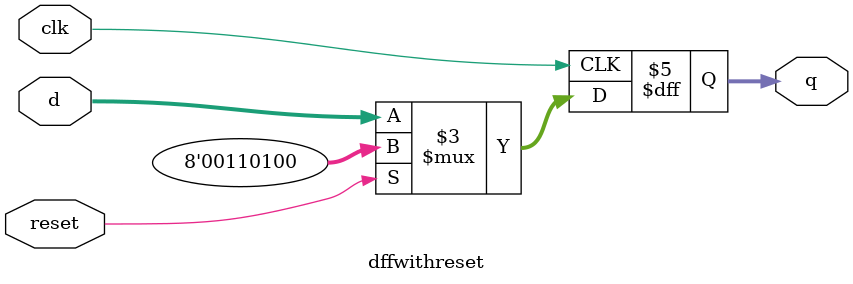
<source format=sv>
module dffwithreset (
    input clk,
    input reset,
    input [7:0] d,
    output reg [7:0] q
);
    
    always@(negedge clk) begin
        if(reset) begin
            q <= 8'h34;
        end else begin
            q <= d;
        end
    end

endmodule
</source>
